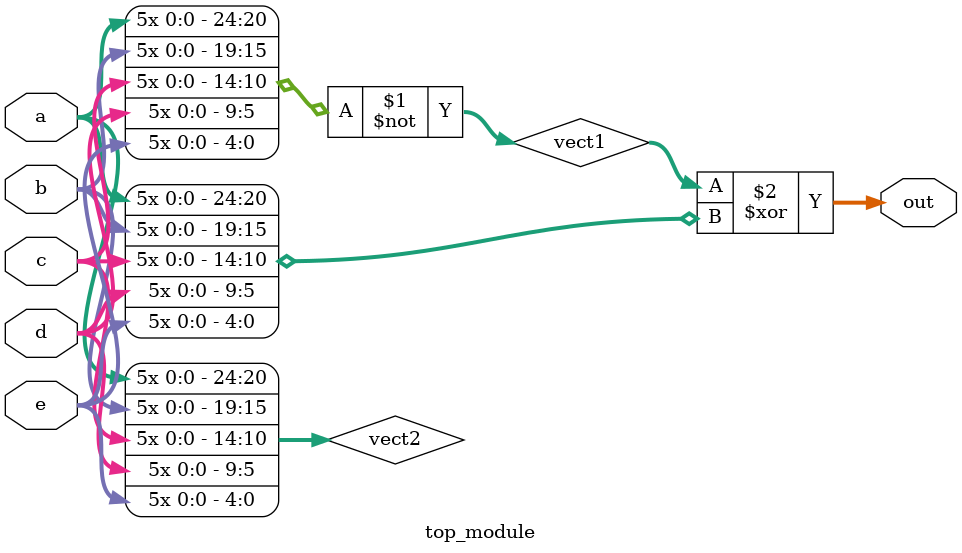
<source format=sv>
module top_module (
    input a,
    input b,
    input c,
    input d,
    input e,
    output [24:0] out
);

    wire [24:0] vect1, vect2;

    // Creating the first 25-bit vector with bitwise NOT and replication
    assign vect1 = ~{ {5{a}}, {5{b}}, {5{c}}, {5{d}}, {5{e}} };

    // Creating the second 25-bit vector with repeating the input signals
    assign vect2 = { {5{a}}, {5{b}}, {5{c}}, {5{d}}, {5{e}} };

    // Computing the bitwise XOR of the two vectors
    assign out = vect1 ^ vect2;

endmodule

</source>
